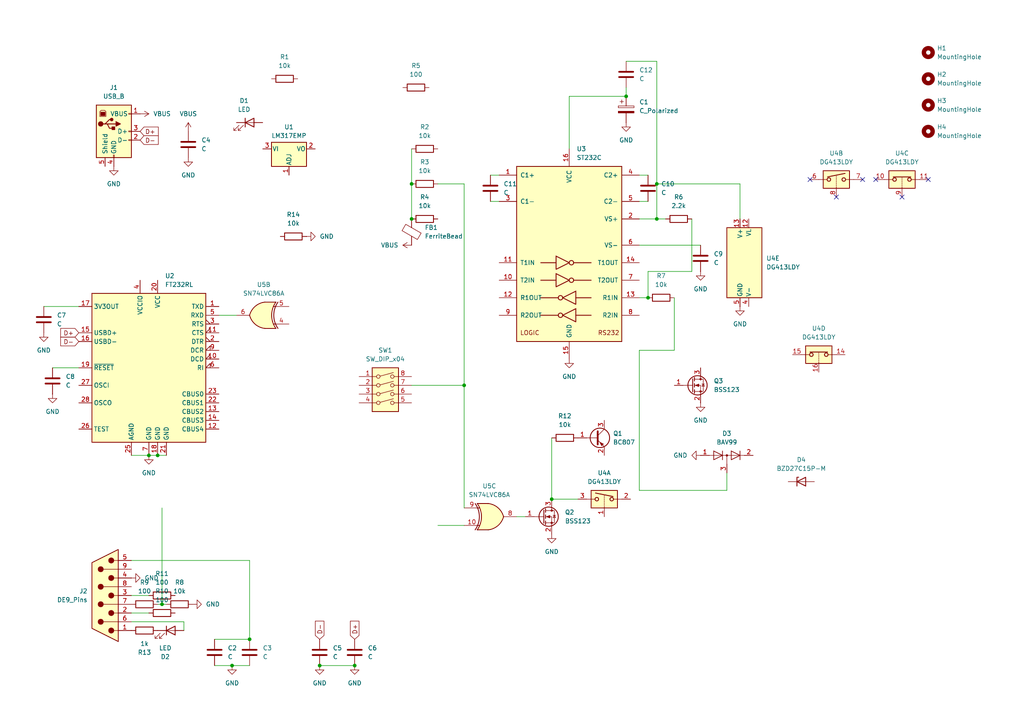
<source format=kicad_sch>
(kicad_sch (version 20250114) (generator "eeschema") (generator_version "9.0")
  (paper "A4")
  (lib_symbols
    (symbol "74xx:74LS86" (pin_names (offset 1.016))
      (property "Reference" "U" (at 0 1.27 0))
      (property "Value" "74LS86" (at 0 -1.27 0))
      (symbol "74LS86_1_0"
        (pin input line (at -7.62 2.54 0) (length 4.445) (name "~") (number "1"))
        (pin input line (at -7.62 -2.54 0) (length 4.445) (name "~") (number "2"))
        (pin output line (at 7.62 0 180) (length 3.81) (name "~") (number "3"))
      )
      (symbol "74LS86_2_0"
        (pin input line (at -7.62 2.54 0) (length 4.445) (name "~") (number "4"))
        (pin input line (at -7.62 -2.54 0) (length 4.445) (name "~") (number "5"))
        (pin output line (at 7.62 0 180) (length 3.81) (name "~") (number "6"))
      )
      (symbol "74LS86_3_0"
        (pin input line (at -7.62 2.54 0) (length 4.445) (name "~") (number "9"))
        (pin input line (at -7.62 -2.54 0) (length 4.445) (name "~") (number "10"))
        (pin output line (at 7.62 0 180) (length 3.81) (name "~") (number "8"))
      )
      (symbol "74LS86_4_0"
        (pin input line (at -7.62 2.54 0) (length 4.445) (name "~") (number "12"))
        (pin input line (at -7.62 -2.54 0) (length 4.445) (name "~") (number "13"))
        (pin output line (at 7.62 0 180) (length 3.81) (name "~") (number "11"))
      )
      (symbol "74LS86_5_0"
        (pin power_in line (at 0 12.7 270) (length 5.08) (name "VCC") (number "14"))
        (pin power_in line (at 0 -12.7 90) (length 5.08) (name "GND") (number "7"))
      )
    )
    (symbol "Analog_Switch:DG413xY" (pin_names (offset 0.254))
      (property "Reference" "U" (at -3.175 5.334 0))
      (property "Value" "DG413xY" (at -3.175 3.556 0))
      (symbol "DG413xY_1_1"
        (pin passive line (at -7.62 0 0) (length 2.54) (name "~") (number "2"))
        (pin input line (at 0 -5.08 90) (length 2.54) (name "~") (number "1"))
        (pin passive line (at 7.62 0 180) (length 2.54) (name "~") (number "3"))
      )
      (symbol "DG413xY_2_1"
        (pin passive line (at -7.62 0 0) (length 2.54) (name "~") (number "6"))
        (pin input line (at 0 -5.08 90) (length 2.54) (name "~") (number "8"))
        (pin passive line (at 7.62 0 180) (length 2.54) (name "~") (number "7"))
      )
      (symbol "DG413xY_3_1"
        (pin passive line (at -7.62 0 0) (length 2.54) (name "~") (number "10"))
        (pin input line (at 0 -5.08 90) (length 2.54) (name "~") (number "9"))
        (pin passive line (at 7.62 0 180) (length 2.54) (name "~") (number "11"))
      )
      (symbol "DG413xY_4_1"
        (pin passive line (at -7.62 0 0) (length 2.54) (name "~") (number "15"))
        (pin input line (at 0 -5.08 90) (length 2.54) (name "~") (number "16"))
        (pin passive line (at 7.62 0 180) (length 2.54) (name "~") (number "14"))
      )
      (symbol "DG413xY_5_0"
        (pin power_in line (at 0 12.7 270) (length 2.54) (name "V+") (number "13"))
        (pin power_in line (at 0 -12.7 90) (length 2.54) (name "GND") (number "5"))
        (pin power_in line (at 2.54 12.7 270) (length 2.54) (name "VL") (number "12"))
        (pin power_in line (at 2.54 -12.7 90) (length 2.54) (name "V-") (number "4"))
      )
    )
    (symbol "Connector:DE9_Pins" (pin_names (offset 1.016) (hide yes))
      (property "Reference" "J" (at 0 13.97 0))
      (property "Value" "DE9_Pins" (at 0 -14.605 0))
      (symbol "DE9_Pins_1_1"
        (pin passive line (at -7.62 10.16 0) (length 3.81) (name "5") (number "5"))
        (pin passive line (at -7.62 7.62 0) (length 3.81) (name "9") (number "9"))
        (pin passive line (at -7.62 5.08 0) (length 3.81) (name "4") (number "4"))
        (pin passive line (at -7.62 2.54 0) (length 3.81) (name "8") (number "8"))
        (pin passive line (at -7.62 0 0) (length 3.81) (name "3") (number "3"))
        (pin passive line (at -7.62 -2.54 0) (length 3.81) (name "7") (number "7"))
        (pin passive line (at -7.62 -5.08 0) (length 3.81) (name "2") (number "2"))
        (pin passive line (at -7.62 -7.62 0) (length 3.81) (name "6") (number "6"))
        (pin passive line (at -7.62 -10.16 0) (length 3.81) (name "1") (number "1"))
      )
    )
    (symbol "Connector:USB_B" (pin_names (offset 1.016))
      (property "Reference" "J" (at -5.08 11.43 0))
      (property "Value" "USB_B" (at -5.08 8.89 0))
      (symbol "USB_B_1_1"
        (pin passive line (at -2.54 -10.16 90) (length 2.54) (name "Shield") (number "5"))
        (pin power_out line (at 0 -10.16 90) (length 2.54) (name "GND") (number "4"))
        (pin power_out line (at 7.62 5.08 180) (length 2.54) (name "VBUS") (number "1"))
        (pin bidirectional line (at 7.62 0 180) (length 2.54) (name "D+") (number "3"))
        (pin bidirectional line (at 7.62 -2.54 180) (length 2.54) (name "D-") (number "2"))
      )
    )
    (symbol "Device:C" (pin_numbers (hide yes)) (pin_names (offset 0.254))
      (property "Reference" "C" (at 0.635 2.54 0))
      (property "Value" "C" (at 0.635 -2.54 0))
      (symbol "C_1_1"
        (pin passive line (at 0 3.81 270) (length 2.794) (name "~") (number "1"))
        (pin passive line (at 0 -3.81 90) (length 2.794) (name "~") (number "2"))
      )
    )
    (symbol "Device:C_Polarized" (pin_numbers (hide yes)) (pin_names (offset 0.254))
      (property "Reference" "C" (at 0.635 2.54 0))
      (property "Value" "C_Polarized" (at 0.635 -2.54 0))
      (symbol "C_Polarized_1_1"
        (pin passive line (at 0 3.81 270) (length 2.794) (name "~") (number "1"))
        (pin passive line (at 0 -3.81 90) (length 2.794) (name "~") (number "2"))
      )
    )
    (symbol "Device:FerriteBead" (pin_numbers (hide yes)) (pin_names (offset 0))
      (property "Reference" "FB" (at -3.81 0.635 90))
      (property "Value" "FerriteBead" (at 3.81 0 90))
      (symbol "FerriteBead_1_1"
        (pin passive line (at 0 3.81 270) (length 2.54) (name "~") (number "1"))
        (pin passive line (at 0 -3.81 90) (length 2.54) (name "~") (number "2"))
      )
    )
    (symbol "Device:LED" (pin_numbers (hide yes)) (pin_names (offset 1.016) (hide yes))
      (property "Reference" "D" (at 0 2.54 0))
      (property "Value" "LED" (at 0 -2.54 0))
      (symbol "LED_1_1"
        (pin passive line (at -3.81 0 0) (length 2.54) (name "K") (number "1"))
        (pin passive line (at 3.81 0 180) (length 2.54) (name "A") (number "2"))
      )
    )
    (symbol "Device:R" (pin_numbers (hide yes)) (pin_names (offset 0))
      (property "Reference" "R" (at 2.032 0 90))
      (property "Value" "R" (at 0 0 90))
      (symbol "R_1_1"
        (pin passive line (at 0 3.81 270) (length 1.27) (name "~") (number "1"))
        (pin passive line (at 0 -3.81 90) (length 1.27) (name "~") (number "2"))
      )
    )
    (symbol "Diode:BAV99" (pin_names (hide yes))
      (property "Reference" "D" (at 0 5.08 0))
      (property "Value" "BAV99" (at 0 2.54 0))
      (symbol "BAV99_1_1"
        (pin passive line (at -7.62 0 0) (length 2.54) (name "K") (number "1"))
        (pin passive line (at 0 -5.08 90) (length 2.54) (name "K") (number "3"))
        (pin passive line (at 7.62 0 180) (length 2.54) (name "A") (number "2"))
      )
    )
    (symbol "Diode:BZD27Cxx" (pin_numbers (hide yes)) (pin_names (hide yes))
      (property "Reference" "D" (at 0 2.54 0))
      (property "Value" "BZD27Cxx" (at 0 -2.54 0))
      (symbol "BZD27Cxx_1_1"
        (pin passive line (at -3.81 0 0) (length 2.54) (name "K") (number "1"))
        (pin passive line (at 3.81 0 180) (length 2.54) (name "A") (number "2"))
      )
    )
    (symbol "Interface_UART:ST232ExD" (pin_names (offset 1.016))
      (property "Reference" "U" (at -2.54 28.575 0))
      (property "Value" "ST232ExD" (at -2.54 26.67 0))
      (symbol "ST232ExD_0_0"
        (text "LOGIC" (at -11.43 -22.86 0) (effects (font (size 1.27 1.27))))
        (text "RS232" (at 11.43 -22.86 0) (effects (font (size 1.27 1.27))))
      )
      (symbol "ST232ExD_1_1"
        (pin passive line (at -20.32 22.86 0) (length 5.08) (name "C1+") (number "1"))
        (pin passive line (at -20.32 15.24 0) (length 5.08) (name "C1-") (number "3"))
        (pin input line (at -20.32 -2.54 0) (length 5.08) (name "T1IN") (number "11"))
        (pin input line (at -20.32 -7.62 0) (length 5.08) (name "T2IN") (number "10"))
        (pin output line (at -20.32 -12.7 0) (length 5.08) (name "R1OUT") (number "12"))
        (pin output line (at -20.32 -17.78 0) (length 5.08) (name "R2OUT") (number "9"))
        (pin power_in line (at 0 30.48 270) (length 5.08) (name "VCC") (number "16"))
        (pin power_in line (at 0 -30.48 90) (length 5.08) (name "GND") (number "15"))
        (pin passive line (at 20.32 22.86 180) (length 5.08) (name "C2+") (number "4"))
        (pin passive line (at 20.32 15.24 180) (length 5.08) (name "C2-") (number "5"))
        (pin power_out line (at 20.32 10.16 180) (length 5.08) (name "VS+") (number "2"))
        (pin power_out line (at 20.32 2.54 180) (length 5.08) (name "VS-") (number "6"))
        (pin output line (at 20.32 -2.54 180) (length 5.08) (name "T1OUT") (number "14"))
        (pin output line (at 20.32 -7.62 180) (length 5.08) (name "T2OUT") (number "7"))
        (pin input line (at 20.32 -12.7 180) (length 5.08) (name "R1IN") (number "13"))
        (pin input line (at 20.32 -17.78 180) (length 5.08) (name "R2IN") (number "8"))
      )
    )
    (symbol "Interface_USB:FT232RL"
      (property "Reference" "U" (at -16.51 22.86 0))
      (property "Value" "FT232RL" (at 10.16 22.86 0))
      (symbol "FT232RL_1_1"
        (pin power_out line (at -20.32 17.78 0) (length 3.81) (name "3V3OUT") (number "17"))
        (pin bidirectional line (at -20.32 10.16 0) (length 3.81) (name "USBD+") (number "15"))
        (pin bidirectional line (at -20.32 7.62 0) (length 3.81) (name "USBD-") (number "16"))
        (pin input line (at -20.32 0 0) (length 3.81) (name "~{RESET}") (number "19"))
        (pin input line (at -20.32 -5.08 0) (length 3.81) (name "OSCI") (number "27"))
        (pin output line (at -20.32 -10.16 0) (length 3.81) (name "OSCO") (number "28"))
        (pin input line (at -20.32 -17.78 0) (length 3.81) (name "TEST") (number "26"))
        (pin power_in line (at -5.08 -25.4 90) (length 3.81) (name "AGND") (number "25"))
        (pin power_in line (at -2.54 25.4 270) (length 3.81) (name "VCCIO") (number "4"))
        (pin power_in line (at 0 -25.4 90) (length 3.81) (name "GND") (number "7"))
        (pin power_in line (at 2.54 25.4 270) (length 3.81) (name "VCC") (number "20"))
        (pin power_in line (at 2.54 -25.4 90) (length 3.81) (name "GND") (number "18"))
        (pin power_in line (at 5.08 -25.4 90) (length 3.81) (name "GND") (number "21"))
        (pin output line (at 20.32 17.78 180) (length 3.81) (name "TXD") (number "1"))
        (pin input line (at 20.32 15.24 180) (length 3.81) (name "RXD") (number "5"))
        (pin output output_low (at 20.32 12.7 180) (length 3.81) (name "RTS") (number "3"))
        (pin input input_low (at 20.32 10.16 180) (length 3.81) (name "CTS") (number "11"))
        (pin output output_low (at 20.32 7.62 180) (length 3.81) (name "DTR") (number "2"))
        (pin input input_low (at 20.32 5.08 180) (length 3.81) (name "DCR") (number "9"))
        (pin input input_low (at 20.32 2.54 180) (length 3.81) (name "DCD") (number "10"))
        (pin input input_low (at 20.32 0 180) (length 3.81) (name "RI") (number "6"))
        (pin bidirectional line (at 20.32 -7.62 180) (length 3.81) (name "CBUS0") (number "23"))
        (pin bidirectional line (at 20.32 -10.16 180) (length 3.81) (name "CBUS1") (number "22"))
        (pin bidirectional line (at 20.32 -12.7 180) (length 3.81) (name "CBUS2") (number "13"))
        (pin bidirectional line (at 20.32 -15.24 180) (length 3.81) (name "CBUS3") (number "14"))
        (pin bidirectional line (at 20.32 -17.78 180) (length 3.81) (name "CBUS4") (number "12"))
      )
    )
    (symbol "Mechanical:MountingHole" (pin_names (offset 1.016)) (in_bom no)
      (property "Reference" "H" (at 0 5.08 0))
      (property "Value" "MountingHole" (at 0 3.175 0))
    )
    (symbol "Regulator_Linear:LM317_SOT-223" (pin_names (offset 0.254))
      (property "Reference" "U" (at -3.81 3.175 0))
      (property "Value" "LM317_SOT-223" (at 0 3.175 0))
      (symbol "LM317_SOT-223_1_1"
        (pin power_in line (at -7.62 0 0) (length 2.54) (name "VI") (number "3"))
        (pin input line (at 0 -7.62 90) (length 2.54) (name "ADJ") (number "1"))
        (pin power_out line (at 7.62 0 180) (length 2.54) (name "VO") (number "2"))
      )
    )
    (symbol "Switch:SW_DIP_x04" (pin_names (offset 0) (hide yes))
      (property "Reference" "SW" (at 0 8.89 0))
      (property "Value" "SW_DIP_x04" (at 0 -6.35 0))
      (symbol "SW_DIP_x04_1_1"
        (pin passive line (at -7.62 5.08 0) (length 5.08) (name "~") (number "1"))
        (pin passive line (at -7.62 2.54 0) (length 5.08) (name "~") (number "2"))
        (pin passive line (at -7.62 0 0) (length 5.08) (name "~") (number "3"))
        (pin passive line (at -7.62 -2.54 0) (length 5.08) (name "~") (number "4"))
        (pin passive line (at 7.62 5.08 180) (length 5.08) (name "~") (number "8"))
        (pin passive line (at 7.62 2.54 180) (length 5.08) (name "~") (number "7"))
        (pin passive line (at 7.62 0 180) (length 5.08) (name "~") (number "6"))
        (pin passive line (at 7.62 -2.54 180) (length 5.08) (name "~") (number "5"))
      )
    )
    (symbol "Transistor_BJT:BC807" (pin_names (offset 0) (hide yes))
      (property "Reference" "Q" (at 5.08 1.905 0))
      (property "Value" "BC807" (at 5.08 0 0))
      (symbol "BC807_1_1"
        (pin input line (at -5.08 0 0) (length 2.54) (name "B") (number "1"))
        (pin passive line (at 2.54 5.08 270) (length 2.54) (name "C") (number "3"))
        (pin passive line (at 2.54 -5.08 90) (length 2.54) (name "E") (number "2"))
      )
    )
    (symbol "Transistor_FET:BSS123" (pin_names (offset 0) (hide yes))
      (property "Reference" "Q" (at 5.08 1.905 0))
      (property "Value" "BSS123" (at 5.08 0 0))
      (symbol "BSS123_1_1"
        (pin input line (at -5.08 0 0) (length 2.54) (name "G") (number "1"))
        (pin passive line (at 2.54 5.08 270) (length 2.54) (name "D") (number "3"))
        (pin passive line (at 2.54 -5.08 90) (length 2.54) (name "S") (number "2"))
      )
    )
    (symbol "power:GND" (power) (pin_numbers (hide yes)) (pin_names (offset 0) (hide yes))
      (property "Value" "GND" (at 0 -3.81 0))
      (symbol "GND_1_1"
        (pin power_in line (at 0 0 270) (length 0) (name "~") (number "1"))
      )
    )
    (symbol "power:VBUS" (power) (pin_numbers (hide yes)) (pin_names (offset 0) (hide yes))
      (property "Value" "VBUS" (at 0 3.556 0))
      (symbol "VBUS_1_1"
        (pin power_in line (at 0 0 90) (length 0) (name "~") (number "1"))
      )
    )
  )
  (junction (at 43.18 132.08))
  (junction (at 67.31 193.04))
  (junction (at 160.02 144.78))
  (junction (at 45.72 132.08))
  (junction (at 181.61 27.94))
  (junction (at 46.99 175.26))
  (junction (at 119.38 63.5))
  (junction (at 134.62 111.76))
  (junction (at 190.5 63.5))
  (junction (at 190.5 53.34))
  (junction (at 72.39 185.42))
  (junction (at 102.87 193.04))
  (junction (at 92.71 193.04))
  (junction (at 119.38 53.34))
  (junction (at 187.96 86.36))
  (no_connect (at 234.95 52.07))
  (no_connect (at 242.57 57.15))
  (no_connect (at 254 52.07))
  (no_connect (at 250.19 52.07))
  (no_connect (at 269.24 52.07))
  (no_connect (at 261.62 57.15))
  (wire (pts (xy 134.62 152.4) (xy 127 152.4)))
  (wire (pts (xy 185.42 63.5) (xy 190.5 63.5)))
  (wire (pts (xy 134.62 111.76) (xy 134.62 147.32)))
  (wire (pts (xy 45.72 175.26) (xy 46.99 175.26)))
  (wire (pts (xy 119.38 111.76) (xy 134.62 111.76)))
  (wire (pts (xy 185.42 142.24) (xy 210.82 142.24)))
  (wire (pts (xy 15.24 106.68) (xy 22.86 106.68)))
  (wire (pts (xy 38.1 172.72) (xy 43.18 172.72)))
  (wire (pts (xy 72.39 162.56) (xy 72.39 185.42)))
  (wire (pts (xy 38.1 132.08) (xy 43.18 132.08)))
  (wire (pts (xy 190.5 53.34) (xy 190.5 63.5)))
  (wire (pts (xy 165.1 27.94) (xy 181.61 27.94)))
  (wire (pts (xy 181.61 25.4) (xy 181.61 27.94)))
  (wire (pts (xy 149.86 149.86) (xy 152.4 149.86)))
  (wire (pts (xy 119.38 43.18) (xy 119.38 53.34)))
  (wire (pts (xy 53.34 182.88) (xy 53.34 180.34)))
  (wire (pts (xy 63.5 91.44) (xy 68.58 91.44)))
  (wire (pts (xy 38.1 177.8) (xy 43.18 177.8)))
  (wire (pts (xy 38.1 162.56) (xy 72.39 162.56)))
  (wire (pts (xy 160.02 127) (xy 160.02 144.78)))
  (wire (pts (xy 67.31 193.04) (xy 72.39 193.04)))
  (wire (pts (xy 12.7 88.9) (xy 22.86 88.9)))
  (wire (pts (xy 38.1 180.34) (xy 53.34 180.34)))
  (wire (pts (xy 185.42 86.36) (xy 187.96 86.36)))
  (wire (pts (xy 46.99 175.26) (xy 48.26 175.26)))
  (wire (pts (xy 200.66 78.74) (xy 187.96 78.74)))
  (wire (pts (xy 46.99 147.32) (xy 46.99 175.26)))
  (wire (pts (xy 119.38 53.34) (xy 119.38 63.5)))
  (wire (pts (xy 142.24 58.42) (xy 144.78 58.42)))
  (wire (pts (xy 165.1 43.18) (xy 165.1 27.94)))
  (wire (pts (xy 127 53.34) (xy 134.62 53.34)))
  (wire (pts (xy 214.63 63.5) (xy 214.63 53.34)))
  (wire (pts (xy 195.58 86.36) (xy 195.58 101.6)))
  (wire (pts (xy 160.02 144.78) (xy 167.64 144.78)))
  (wire (pts (xy 210.82 142.24) (xy 210.82 137.16)))
  (wire (pts (xy 142.24 50.8) (xy 144.78 50.8)))
  (wire (pts (xy 185.42 101.6) (xy 185.42 142.24)))
  (wire (pts (xy 134.62 53.34) (xy 134.62 111.76)))
  (wire (pts (xy 214.63 53.34) (xy 190.5 53.34)))
  (wire (pts (xy 195.58 101.6) (xy 185.42 101.6)))
  (wire (pts (xy 190.5 63.5) (xy 193.04 63.5)))
  (wire (pts (xy 62.23 193.04) (xy 67.31 193.04)))
  (wire (pts (xy 43.18 132.08) (xy 45.72 132.08)))
  (wire (pts (xy 62.23 185.42) (xy 72.39 185.42)))
  (wire (pts (xy 185.42 58.42) (xy 187.96 58.42)))
  (wire (pts (xy 200.66 63.5) (xy 200.66 78.74)))
  (wire (pts (xy 45.72 132.08) (xy 48.26 132.08)))
  (wire (pts (xy 190.5 17.78) (xy 190.5 53.34)))
  (wire (pts (xy 181.61 17.78) (xy 190.5 17.78)))
  (wire (pts (xy 185.42 50.8) (xy 187.96 50.8)))
  (wire (pts (xy 187.96 78.74) (xy 187.96 86.36)))
  (wire (pts (xy 92.71 193.04) (xy 102.87 193.04)))
  (wire (pts (xy 185.42 71.12) (xy 203.2 71.12)))
  (global_label "D-" (shape input) (at 92.71 185.42 90) (property "Intersheetrefs" "${INTERSHEET_REFS}" (effects (hide yes))))
  (global_label "D+" (shape input) (at 40.64 38.1 0) (property "Intersheetrefs" "${INTERSHEET_REFS}" (effects (hide yes))))
  (global_label "D+" (shape input) (at 22.86 96.52 180) (property "Intersheetrefs" "${INTERSHEET_REFS}" (effects (hide yes))))
  (global_label "D-" (shape input) (at 22.86 99.06 180) (property "Intersheetrefs" "${INTERSHEET_REFS}" (effects (hide yes))))
  (global_label "D-" (shape input) (at 40.64 40.64 0) (property "Intersheetrefs" "${INTERSHEET_REFS}" (effects (hide yes))))
  (global_label "D+" (shape input) (at 102.87 185.42 90) (property "Intersheetrefs" "${INTERSHEET_REFS}" (effects (hide yes))))
  (symbol (lib_id "74xx:74LS86") (at 76.2 91.44 180) (unit 2)
    (property "Reference" "U5" (at 76.5048 82.55 0))
    (property "Value" "SN74LVC86A" (at 76.5048 85.09 0))
    (property "Footprint" "Package_SO:TSSOP-14_4.4x5mm_P0.65mm" (effects (hide yes)))
    (property "Datasheet" "74xx/74ls86.pdf" (effects (hide yes)))
    (property "Description" "Quad 2-input XOR" (effects (hide yes)))
  )
  (symbol (lib_id "Device:R") (at 123.19 63.5 90) (unit 1)
    (property "Reference" "R4" (at 123.19 57.15 90))
    (property "Value" "10k" (at 123.19 59.69 90))
    (property "Footprint" "Resistor_SMD:R_0603_1608Metric" (effects (hide yes)))
    (property "Description" "Resistor" (effects (hide yes)))
  )
  (symbol (lib_id "power:GND") (at 160.02 154.94 0) (unit 1)
    (property "Reference" "#PWR014" (effects (hide yes)))
    (property "Value" "GND" (at 160.02 160.02 0))
    (property "Description" "Power symbol creates a global label with name \"GND\" , ground" (effects (hide yes)))
  )
  (symbol (lib_id "Device:R") (at 163.83 127 270) (unit 1)
    (property "Reference" "R12" (at 163.83 120.65 90))
    (property "Value" "10k" (at 163.83 123.19 90))
    (property "Footprint" "Resistor_SMD:R_0603_1608Metric" (effects (hide yes)))
    (property "Description" "Resistor" (effects (hide yes)))
  )
  (symbol (lib_id "Device:C") (at 203.2 74.93 0) (unit 1)
    (property "Reference" "C9" (at 207.01 73.6599 0) (effects (justify left)))
    (property "Value" "C" (at 207.01 76.1999 0) (effects (justify left)))
    (property "Footprint" "Capacitor_SMD:C_0603_1608Metric" (effects (hide yes)))
    (property "Description" "Unpolarized capacitor" (effects (hide yes)))
  )
  (symbol (lib_id "Mechanical:MountingHole") (at 269.24 22.86 0) (unit 1) (in_bom no)
    (property "Reference" "H2" (at 271.78 21.5899 0) (effects (justify left)))
    (property "Value" "MountingHole" (at 271.78 24.1299 0) (effects (justify left)))
    (property "Footprint" "MountingHole:MountingHole_3.2mm_M3" (effects (hide yes)))
    (property "Description" "Mounting Hole without connection" (effects (hide yes)))
  )
  (symbol (lib_id "Analog_Switch:DG413xY") (at 175.26 144.78 0) (mirror y) (unit 1)
    (property "Reference" "U4" (at 175.26 137.16 0))
    (property "Value" "DG413LDY" (at 175.26 139.7 0))
    (property "Footprint" "Package_SO:SOIC-16_3.9x9.9mm_P1.27mm" (effects (hide yes)))
    (property "Datasheet" "https://datasheets.maximintegrated.com/en/ds/DG411-DG413.pdf" (effects (hide yes)))
    (property "Description" "Quad SPST Monolithic CMOS Analog Switches, normally 2xON + 2xOFF, 17Ohm Ron, SOIC-16" (effects (hide yes)))
  )
  (symbol (lib_id "power:VBUS") (at 40.64 33.02 270) (unit 1)
    (property "Reference" "#PWR017" (effects (hide yes)))
    (property "Value" "VBUS" (at 44.45 33.0199 90) (effects (justify left)))
    (property "Description" "Power symbol creates a global label with name \"VBUS\"" (effects (hide yes)))
  )
  (symbol (lib_id "Device:C") (at 72.39 189.23 0) (unit 1)
    (property "Reference" "C3" (at 76.2 187.9599 0) (effects (justify left)))
    (property "Value" "C" (at 76.2 190.4999 0) (effects (justify left)))
    (property "Footprint" "Capacitor_SMD:C_0603_1608Metric" (effects (hide yes)))
    (property "Description" "Unpolarized capacitor" (effects (hide yes)))
  )
  (symbol (lib_id "74xx:74LS86") (at 304.8 43.18 0) (unit 1)
    (property "Reference" "U5" (at 304.4952 34.29 0))
    (property "Value" "SN74LVC86A" (at 304.4952 36.83 0))
    (property "Footprint" "Package_SO:TSSOP-14_4.4x5mm_P0.65mm" (effects (hide yes)))
    (property "Datasheet" "74xx/74ls86.pdf" (effects (hide yes)))
    (property "Description" "Quad 2-input XOR" (effects (hide yes)))
  )
  (symbol (lib_id "power:GND") (at 102.87 193.04 0) (unit 1)
    (property "Reference" "#PWR015" (effects (hide yes)))
    (property "Value" "GND" (at 102.87 198.12 0))
    (property "Description" "Power symbol creates a global label with name \"GND\" , ground" (effects (hide yes)))
  )
  (symbol (lib_id "Analog_Switch:DG413xY") (at 214.63 76.2 0) (unit 5)
    (property "Reference" "U4" (at 222.25 74.9299 0) (effects (justify left)))
    (property "Value" "DG413LDY" (at 222.25 77.4699 0) (effects (justify left)))
    (property "Footprint" "Package_SO:SOIC-16_3.9x9.9mm_P1.27mm" (effects (hide yes)))
    (property "Datasheet" "https://datasheets.maximintegrated.com/en/ds/DG411-DG413.pdf" (effects (hide yes)))
    (property "Description" "Quad SPST Monolithic CMOS Analog Switches, normally 2xON + 2xOFF, 17Ohm Ron, SOIC-16" (effects (hide yes)))
  )
  (symbol (lib_id "Device:R") (at 191.77 86.36 90) (unit 1)
    (property "Reference" "R7" (at 191.77 80.01 90))
    (property "Value" "10k" (at 191.77 82.55 90))
    (property "Footprint" "Resistor_SMD:R_0603_1608Metric" (effects (hide yes)))
    (property "Description" "Resistor" (effects (hide yes)))
  )
  (symbol (lib_id "Connector:USB_B") (at 33.02 38.1 0) (unit 1)
    (property "Reference" "J1" (at 33.02 25.4 0))
    (property "Value" "USB_B" (at 33.02 27.94 0))
    (property "Footprint" "Connector_USB:USB_B_Lumberg_2411_02_Horizontal" (effects (hide yes)))
    (property "Description" "USB Type B connector" (effects (hide yes)))
  )
  (symbol (lib_id "Device:C") (at 92.71 189.23 0) (unit 1)
    (property "Reference" "C5" (at 96.52 187.9599 0) (effects (justify left)))
    (property "Value" "C" (at 96.52 190.4999 0) (effects (justify left)))
    (property "Footprint" "Capacitor_SMD:C_0603_1608Metric" (effects (hide yes)))
    (property "Description" "Unpolarized capacitor" (effects (hide yes)))
  )
  (symbol (lib_id "power:GND") (at 67.31 193.04 0) (unit 1)
    (property "Reference" "#PWR012" (effects (hide yes)))
    (property "Value" "GND" (at 67.31 198.12 0))
    (property "Description" "Power symbol creates a global label with name \"GND\" , ground" (effects (hide yes)))
  )
  (symbol (lib_id "Mechanical:MountingHole") (at 269.24 30.48 0) (unit 1) (in_bom no)
    (property "Reference" "H3" (at 271.78 29.2099 0) (effects (justify left)))
    (property "Value" "MountingHole" (at 271.78 31.7499 0) (effects (justify left)))
    (property "Footprint" "MountingHole:MountingHole_3.2mm_M3" (effects (hide yes)))
    (property "Description" "Mounting Hole without connection" (effects (hide yes)))
  )
  (symbol (lib_id "74xx:74LS86") (at 316.23 137.16 0) (unit 5)
    (property "Reference" "U5" (at 322.58 135.8899 0) (effects (justify left)))
    (property "Value" "SN74LVC86A" (at 322.58 138.4299 0) (effects (justify left)))
    (property "Footprint" "Package_SO:TSSOP-14_4.4x5mm_P0.65mm" (effects (hide yes)))
    (property "Datasheet" "74xx/74ls86.pdf" (effects (hide yes)))
    (property "Description" "Quad 2-input XOR" (effects (hide yes)))
  )
  (symbol (lib_id "power:GND") (at 214.63 88.9 0) (unit 1)
    (property "Reference" "#PWR06" (effects (hide yes)))
    (property "Value" "GND" (at 214.63 93.98 0))
    (property "Description" "Power symbol creates a global label with name \"GND\" , ground" (effects (hide yes)))
  )
  (symbol (lib_id "Diode:BZD27Cxx") (at 232.41 139.7 0) (unit 1)
    (property "Reference" "D4" (at 232.41 133.35 0))
    (property "Value" "BZD27C15P-M" (at 232.41 135.89 0))
    (property "Footprint" "Diode_SMD:D_SMF" (effects (hide yes)))
    (property "Datasheet" "https://www.vishay.com/docs/85153/bzd27series.pdf" (effects (hide yes)))
    (property "Description" "800mW Zener Diode, 3.6-200V, SMF" (effects (hide yes)))
  )
  (symbol (lib_id "Device:R") (at 120.65 25.4 90) (unit 1)
    (property "Reference" "R5" (at 120.65 19.05 90))
    (property "Value" "100" (at 120.65 21.59 90))
    (property "Footprint" "Resistor_SMD:R_0603_1608Metric" (effects (hide yes)))
    (property "Description" "Resistor" (effects (hide yes)))
  )
  (symbol (lib_id "Regulator_Linear:LM317_SOT-223") (at 83.82 43.18 0) (unit 1)
    (property "Reference" "U1" (at 83.82 36.83 0))
    (property "Value" "LM317EMP" (at 83.82 39.37 0))
    (property "Footprint" "Package_TO_SOT_SMD:SOT-223-3_TabPin2" (effects (hide yes)))
    (property "Datasheet" "http://www.ti.com/lit/ds/symlink/lm317.pdf" (effects (hide yes)))
    (property "Description" "1.5A 35V Adjustable Linear Regulator, SOT-223" (effects (hide yes)))
  )
  (symbol (lib_id "Device:R") (at 123.19 53.34 90) (unit 1)
    (property "Reference" "R3" (at 123.19 46.99 90))
    (property "Value" "10k" (at 123.19 49.53 90))
    (property "Footprint" "Resistor_SMD:R_0603_1608Metric" (effects (hide yes)))
    (property "Description" "Resistor" (effects (hide yes)))
  )
  (symbol (lib_id "power:GND") (at 203.2 132.08 270) (unit 1)
    (property "Reference" "#PWR08" (effects (hide yes)))
    (property "Value" "GND" (at 199.39 132.0799 90) (effects (justify right)))
    (property "Description" "Power symbol creates a global label with name \"GND\" , ground" (effects (hide yes)))
  )
  (symbol (lib_id "power:GND") (at 15.24 114.3 0) (unit 1)
    (property "Reference" "#PWR01" (effects (hide yes)))
    (property "Value" "GND" (at 15.24 119.38 0))
    (property "Description" "Power symbol creates a global label with name \"GND\" , ground" (effects (hide yes)))
  )
  (symbol (lib_id "power:GND") (at 38.1 167.64 90) (unit 1)
    (property "Reference" "#PWR019" (effects (hide yes)))
    (property "Value" "GND" (at 41.91 167.6399 90) (effects (justify right)))
    (property "Description" "Power symbol creates a global label with name \"GND\" , ground" (effects (hide yes)))
  )
  (symbol (lib_id "Device:C") (at 15.24 110.49 0) (unit 1)
    (property "Reference" "C8" (at 19.05 109.2199 0) (effects (justify left)))
    (property "Value" "C" (at 19.05 111.7599 0) (effects (justify left)))
    (property "Footprint" "Capacitor_SMD:C_0603_1608Metric" (effects (hide yes)))
    (property "Description" "Unpolarized capacitor" (effects (hide yes)))
  )
  (symbol (lib_id "Device:C") (at 142.24 54.61 180) (unit 1)
    (property "Reference" "C11" (at 146.05 53.3399 0) (effects (justify right)))
    (property "Value" "C" (at 146.05 55.8799 0) (effects (justify right)))
    (property "Footprint" "Capacitor_SMD:C_0603_1608Metric" (effects (hide yes)))
    (property "Description" "Unpolarized capacitor" (effects (hide yes)))
  )
  (symbol (lib_id "Device:R") (at 46.99 177.8 90) (unit 1)
    (property "Reference" "R10" (at 46.99 171.45 90))
    (property "Value" "100" (at 46.99 173.99 90))
    (property "Footprint" "Resistor_SMD:R_0603_1608Metric" (effects (hide yes)))
    (property "Description" "Resistor" (effects (hide yes)))
  )
  (symbol (lib_id "power:GND") (at 33.02 48.26 0) (unit 1)
    (property "Reference" "#PWR05" (effects (hide yes)))
    (property "Value" "GND" (at 33.02 53.34 0))
    (property "Description" "Power symbol creates a global label with name \"GND\" , ground" (effects (hide yes)))
  )
  (symbol (lib_id "74xx:74LS86") (at 142.24 149.86 0) (unit 3)
    (property "Reference" "U5" (at 141.9352 140.97 0))
    (property "Value" "SN74LVC86A" (at 141.9352 143.51 0))
    (property "Footprint" "Package_SO:TSSOP-14_4.4x5mm_P0.65mm" (effects (hide yes)))
    (property "Datasheet" "74xx/74ls86.pdf" (effects (hide yes)))
    (property "Description" "Quad 2-input XOR" (effects (hide yes)))
  )
  (symbol (lib_id "Device:R") (at 46.99 172.72 90) (unit 1)
    (property "Reference" "R11" (at 46.99 166.37 90))
    (property "Value" "100" (at 46.99 168.91 90))
    (property "Footprint" "Resistor_SMD:R_0603_1608Metric" (effects (hide yes)))
    (property "Description" "Resistor" (effects (hide yes)))
  )
  (symbol (lib_id "power:GND") (at 165.1 104.14 0) (unit 1)
    (property "Reference" "#PWR03" (effects (hide yes)))
    (property "Value" "GND" (at 165.1 109.22 0))
    (property "Description" "Power symbol creates a global label with name \"GND\" , ground" (effects (hide yes)))
  )
  (symbol (lib_id "Device:C") (at 181.61 21.59 0) (unit 1)
    (property "Reference" "C12" (at 185.42 20.3199 0) (effects (justify left)))
    (property "Value" "C" (at 185.42 22.8599 0) (effects (justify left)))
    (property "Footprint" "Capacitor_SMD:C_0603_1608Metric" (effects (hide yes)))
    (property "Description" "Unpolarized capacitor" (effects (hide yes)))
  )
  (symbol (lib_id "Analog_Switch:DG413xY") (at 242.57 52.07 0) (unit 2)
    (property "Reference" "U4" (at 242.57 44.45 0))
    (property "Value" "DG413LDY" (at 242.57 46.99 0))
    (property "Footprint" "Package_SO:SOIC-16_3.9x9.9mm_P1.27mm" (effects (hide yes)))
    (property "Datasheet" "https://datasheets.maximintegrated.com/en/ds/DG411-DG413.pdf" (effects (hide yes)))
    (property "Description" "Quad SPST Monolithic CMOS Analog Switches, normally 2xON + 2xOFF, 17Ohm Ron, SOIC-16" (effects (hide yes)))
  )
  (symbol (lib_id "power:GND") (at 55.88 175.26 90) (unit 1)
    (property "Reference" "#PWR09" (effects (hide yes)))
    (property "Value" "GND" (at 59.69 175.2599 90) (effects (justify right)))
    (property "Description" "Power symbol creates a global label with name \"GND\" , ground" (effects (hide yes)))
  )
  (symbol (lib_id "Transistor_FET:BSS123") (at 200.66 111.76 0) (unit 1)
    (property "Reference" "Q3" (at 207.01 110.4899 0) (effects (justify left)))
    (property "Value" "BSS123" (at 207.01 113.0299 0) (effects (justify left)))
    (property "Footprint" "Package_TO_SOT_SMD:SOT-23" (effects (hide yes)))
    (property "Datasheet" "http://www.diodes.com/assets/Datasheets/ds30366.pdf" (effects (hide yes)))
    (property "Description" "0.17A Id, 100V Vds, N-Channel MOSFET, SOT-23" (effects (hide yes)))
  )
  (symbol (lib_id "Device:C") (at 54.61 41.91 0) (unit 1)
    (property "Reference" "C4" (at 58.42 40.6399 0) (effects (justify left)))
    (property "Value" "C" (at 58.42 43.1799 0) (effects (justify left)))
    (property "Footprint" "Capacitor_SMD:C_0603_1608Metric" (effects (hide yes)))
    (property "Description" "Unpolarized capacitor" (effects (hide yes)))
  )
  (symbol (lib_id "power:GND") (at 203.2 78.74 0) (unit 1)
    (property "Reference" "#PWR013" (effects (hide yes)))
    (property "Value" "GND" (at 203.2 83.82 0))
    (property "Description" "Power symbol creates a global label with name \"GND\" , ground" (effects (hide yes)))
  )
  (symbol (lib_id "power:VBUS") (at 119.38 71.12 90) (unit 1)
    (property "Reference" "#PWR016" (effects (hide yes)))
    (property "Value" "VBUS" (at 115.57 71.1199 90) (effects (justify left)))
    (property "Description" "Power symbol creates a global label with name \"VBUS\"" (effects (hide yes)))
  )
  (symbol (lib_id "Device:R") (at 123.19 43.18 90) (unit 1)
    (property "Reference" "R2" (at 123.19 36.83 90))
    (property "Value" "10k" (at 123.19 39.37 90))
    (property "Footprint" "Resistor_SMD:R_0603_1608Metric" (effects (hide yes)))
    (property "Description" "Resistor" (effects (hide yes)))
  )
  (symbol (lib_id "power:GND") (at 54.61 45.72 0) (unit 1)
    (property "Reference" "#PWR010" (effects (hide yes)))
    (property "Value" "GND" (at 54.61 50.8 0))
    (property "Description" "Power symbol creates a global label with name \"GND\" , ground" (effects (hide yes)))
  )
  (symbol (lib_id "Device:LED") (at 72.39 35.56 0) (unit 1)
    (property "Reference" "D1" (at 70.8025 29.21 0))
    (property "Value" "LED" (at 70.8025 31.75 0))
    (property "Footprint" "LED_THT:LED_D3.0mm" (effects (hide yes)))
    (property "Description" "Light emitting diode" (effects (hide yes)))
    (property "Sim.Pins" "1=K 2=A" (effects (hide yes)))
  )
  (symbol (lib_id "Device:R") (at 52.07 175.26 90) (unit 1)
    (property "Reference" "R8" (at 52.07 168.91 90))
    (property "Value" "10k" (at 52.07 171.45 90))
    (property "Footprint" "Resistor_SMD:R_0603_1608Metric" (effects (hide yes)))
    (property "Description" "Resistor" (effects (hide yes)))
  )
  (symbol (lib_id "Device:C") (at 62.23 189.23 0) (unit 1)
    (property "Reference" "C2" (at 66.04 187.9599 0) (effects (justify left)))
    (property "Value" "C" (at 66.04 190.4999 0) (effects (justify left)))
    (property "Footprint" "Capacitor_SMD:C_0603_1608Metric" (effects (hide yes)))
    (property "Description" "Unpolarized capacitor" (effects (hide yes)))
  )
  (symbol (lib_id "Device:R") (at 82.55 22.86 90) (unit 1)
    (property "Reference" "R1" (at 82.55 16.51 90))
    (property "Value" "10k" (at 82.55 19.05 90))
    (property "Footprint" "Resistor_SMD:R_0603_1608Metric" (effects (hide yes)))
    (property "Description" "Resistor" (effects (hide yes)))
  )
  (symbol (lib_id "Transistor_BJT:BC807") (at 172.72 127 0) (unit 1)
    (property "Reference" "Q1" (at 177.8 125.7299 0) (effects (justify left)))
    (property "Value" "BC807" (at 177.8 128.2699 0) (effects (justify left)))
    (property "Footprint" "Package_TO_SOT_SMD:SOT-23" (effects (hide yes)))
    (property "Datasheet" "https://www.onsemi.com/pub/Collateral/BC808-D.pdf" (effects (hide yes)))
    (property "Description" "0.8A Ic, 45V Vce, PNP Transistor, SOT-23" (effects (hide yes)))
    (property "Sim.Device" "PNP" (effects (hide yes)))
    (property "Sim.Pins" "1=B 2=E 3=C" (effects (hide yes)))
  )
  (symbol (lib_id "Switch:SW_DIP_x04") (at 111.76 114.3 0) (unit 1)
    (property "Reference" "SW1" (at 111.76 101.6 0))
    (property "Value" "SW_DIP_x04" (at 111.76 104.14 0))
    (property "Footprint" "Button_Switch_SMD:SW_DIP_SPSTx04_Slide_6.7x11.72mm_W8.61mm_P2.54mm_LowProfile" (effects (hide yes)))
    (property "Description" "4x DIP Switch, Single Pole Single Throw (SPST) switch, small symbol" (effects (hide yes)))
  )
  (symbol (lib_id "74xx:74LS86") (at 309.88 106.68 0) (unit 4)
    (property "Reference" "U5" (at 309.5752 97.79 0))
    (property "Value" "SN74LVC86A" (at 309.5752 100.33 0))
    (property "Footprint" "Package_SO:TSSOP-14_4.4x5mm_P0.65mm" (effects (hide yes)))
    (property "Datasheet" "74xx/74ls86.pdf" (effects (hide yes)))
    (property "Description" "Quad 2-input XOR" (effects (hide yes)))
  )
  (symbol (lib_id "Device:C_Polarized") (at 181.61 31.75 0) (unit 1)
    (property "Reference" "C1" (at 185.42 29.5909 0) (effects (justify left)))
    (property "Value" "C_Polarized" (at 185.42 32.1309 0) (effects (justify left)))
    (property "Footprint" "Capacitor_SMD:CP_Elec_4x3" (effects (hide yes)))
    (property "Description" "Polarized capacitor" (effects (hide yes)))
  )
  (symbol (lib_id "Device:R") (at 41.91 182.88 270) (unit 1)
    (property "Reference" "R13" (at 41.91 189.23 90))
    (property "Value" "1k" (at 41.91 186.69 90))
    (property "Footprint" "Resistor_SMD:R_0603_1608Metric" (effects (hide yes)))
    (property "Description" "Resistor" (effects (hide yes)))
  )
  (symbol (lib_id "Mechanical:MountingHole") (at 269.24 38.1 0) (unit 1) (in_bom no)
    (property "Reference" "H4" (at 271.78 36.8299 0) (effects (justify left)))
    (property "Value" "MountingHole" (at 271.78 39.3699 0) (effects (justify left)))
    (property "Footprint" "MountingHole:MountingHole_3.2mm_M3" (effects (hide yes)))
    (property "Description" "Mounting Hole without connection" (effects (hide yes)))
  )
  (symbol (lib_id "power:GND") (at 181.61 35.56 0) (unit 1)
    (property "Reference" "#PWR02" (effects (hide yes)))
    (property "Value" "GND" (at 181.61 40.64 0))
    (property "Description" "Power symbol creates a global label with name \"GND\" , ground" (effects (hide yes)))
  )
  (symbol (lib_id "Device:R") (at 41.91 175.26 90) (unit 1)
    (property "Reference" "R9" (at 41.91 168.91 90))
    (property "Value" "100" (at 41.91 171.45 90))
    (property "Footprint" "Resistor_SMD:R_0603_1608Metric" (effects (hide yes)))
    (property "Description" "Resistor" (effects (hide yes)))
  )
  (symbol (lib_id "Device:LED") (at 49.53 182.88 0) (unit 1)
    (property "Reference" "D2" (at 47.9425 190.5 0))
    (property "Value" "LED" (at 47.9425 187.96 0))
    (property "Footprint" "LED_THT:LED_D3.0mm" (effects (hide yes)))
    (property "Description" "Light emitting diode" (effects (hide yes)))
    (property "Sim.Pins" "1=K 2=A" (effects (hide yes)))
  )
  (symbol (lib_id "Interface_UART:ST232ExD") (at 165.1 73.66 0) (unit 1)
    (property "Reference" "U3" (at 167.2433 43.18 0) (effects (justify left)))
    (property "Value" "ST232C" (at 167.2433 45.72 0) (effects (justify left)))
    (property "Footprint" "Package_SO:SOIC-16_3.9x9.9mm_P1.27mm" (effects (hide yes)))
    (property "Datasheet" "https://www.st.com/resource/en/datasheet/st202eb.pdf" (effects (hide yes)))
    (property "Description" "+/-15 kV ESD-protected 5V powered RS-232 dual transceiver (tx/rx: 2/2), 230kbps, 1uF capacitors operation, SOIC-16" (effects (hide yes)))
  )
  (symbol (lib_id "Device:FerriteBead") (at 119.38 67.31 0) (unit 1)
    (property "Reference" "FB1" (at 123.19 65.9891 0) (effects (justify left)))
    (property "Value" "FerriteBead" (at 123.19 68.5291 0) (effects (justify left)))
    (property "Footprint" "Inductor_SMD:L_1806_4516Metric" (effects (hide yes)))
    (property "Description" "Ferrite bead" (effects (hide yes)))
  )
  (symbol (lib_id "power:GND") (at 43.18 132.08 0) (unit 1)
    (property "Reference" "#PWR04" (effects (hide yes)))
    (property "Value" "GND" (at 43.18 137.16 0))
    (property "Description" "Power symbol creates a global label with name \"GND\" , ground" (effects (hide yes)))
  )
  (symbol (lib_id "Transistor_FET:BSS123") (at 157.48 149.86 0) (unit 1)
    (property "Reference" "Q2" (at 163.83 148.5899 0) (effects (justify left)))
    (property "Value" "BSS123" (at 163.83 151.1299 0) (effects (justify left)))
    (property "Footprint" "Package_TO_SOT_SMD:SOT-23" (effects (hide yes)))
    (property "Datasheet" "http://www.diodes.com/assets/Datasheets/ds30366.pdf" (effects (hide yes)))
    (property "Description" "0.17A Id, 100V Vds, N-Channel MOSFET, SOT-23" (effects (hide yes)))
  )
  (symbol (lib_id "Device:C") (at 187.96 54.61 180) (unit 1)
    (property "Reference" "C10" (at 191.77 53.3399 0) (effects (justify right)))
    (property "Value" "C" (at 191.77 55.8799 0) (effects (justify right)))
    (property "Footprint" "Capacitor_SMD:C_0603_1608Metric" (effects (hide yes)))
    (property "Description" "Unpolarized capacitor" (effects (hide yes)))
  )
  (symbol (lib_id "power:VBUS") (at 54.61 38.1 0) (unit 1)
    (property "Reference" "#PWR021" (effects (hide yes)))
    (property "Value" "VBUS" (at 54.61 33.02 0))
    (property "Description" "Power symbol creates a global label with name \"VBUS\"" (effects (hide yes)))
  )
  (symbol (lib_id "power:GND") (at 203.2 116.84 0) (unit 1)
    (property "Reference" "#PWR018" (effects (hide yes)))
    (property "Value" "GND" (at 203.2 121.92 0))
    (property "Description" "Power symbol creates a global label with name \"GND\" , ground" (effects (hide yes)))
  )
  (symbol (lib_id "Interface_USB:FT232RL") (at 43.18 106.68 0) (unit 1)
    (property "Reference" "U2" (at 47.8633 80.01 0) (effects (justify left)))
    (property "Value" "FT232RL" (at 47.8633 82.55 0) (effects (justify left)))
    (property "Footprint" "Package_SO:SSOP-28_5.3x10.2mm_P0.65mm" (effects (hide yes)))
    (property "Datasheet" "https://www.ftdichip.com/Support/Documents/DataSheets/ICs/DS_FT232R.pdf" (effects (hide yes)))
    (property "Description" "USB to Serial Interface, SSOP-28" (effects (hide yes)))
  )
  (symbol (lib_id "Diode:BAV99") (at 210.82 132.08 0) (unit 1)
    (property "Reference" "D3" (at 210.82 125.73 0))
    (property "Value" "BAV99" (at 210.82 128.27 0))
    (property "Footprint" "Package_TO_SOT_SMD:SOT-23" (effects (hide yes)))
    (property "Datasheet" "https://assets.nexperia.com/documents/data-sheet/BAV99_SER.pdf" (effects (hide yes)))
    (property "Description" "BAV99 High-speed switching diodes, SOT-23" (effects (hide yes)))
  )
  (symbol (lib_id "power:GND") (at 12.7 96.52 0) (unit 1)
    (property "Reference" "#PWR07" (effects (hide yes)))
    (property "Value" "GND" (at 12.7 101.6 0))
    (property "Description" "Power symbol creates a global label with name \"GND\" , ground" (effects (hide yes)))
  )
  (symbol (lib_id "power:GND") (at 92.71 193.04 0) (unit 1)
    (property "Reference" "#PWR011" (effects (hide yes)))
    (property "Value" "GND" (at 92.71 198.12 0))
    (property "Description" "Power symbol creates a global label with name \"GND\" , ground" (effects (hide yes)))
  )
  (symbol (lib_id "Device:R") (at 196.85 63.5 270) (unit 1)
    (property "Reference" "R6" (at 196.85 57.15 90))
    (property "Value" "2.2k" (at 196.85 59.69 90))
    (property "Footprint" "Resistor_SMD:R_0603_1608Metric" (effects (hide yes)))
    (property "Description" "Resistor" (effects (hide yes)))
  )
  (symbol (lib_id "Mechanical:MountingHole") (at 269.24 15.24 0) (unit 1) (in_bom no)
    (property "Reference" "H1" (at 271.78 13.9699 0) (effects (justify left)))
    (property "Value" "MountingHole" (at 271.78 16.5099 0) (effects (justify left)))
    (property "Footprint" "MountingHole:MountingHole_3.2mm_M3" (effects (hide yes)))
    (property "Description" "Mounting Hole without connection" (effects (hide yes)))
  )
  (symbol (lib_id "Device:R") (at 85.09 68.58 90) (unit 1)
    (property "Reference" "R14" (at 85.09 62.23 90))
    (property "Value" "10k" (at 85.09 64.77 90))
    (property "Footprint" "Resistor_SMD:R_0603_1608Metric" (effects (hide yes)))
    (property "Description" "Resistor" (effects (hide yes)))
  )
  (symbol (lib_id "Device:C") (at 12.7 92.71 0) (unit 1)
    (property "Reference" "C7" (at 16.51 91.4399 0) (effects (justify left)))
    (property "Value" "C" (at 16.51 93.9799 0) (effects (justify left)))
    (property "Footprint" "Capacitor_SMD:C_0603_1608Metric" (effects (hide yes)))
    (property "Description" "Unpolarized capacitor" (effects (hide yes)))
  )
  (symbol (lib_id "Analog_Switch:DG413xY") (at 237.49 102.87 0) (unit 4)
    (property "Reference" "U4" (at 237.49 95.25 0))
    (property "Value" "DG413LDY" (at 237.49 97.79 0))
    (property "Footprint" "Package_SO:SOIC-16_3.9x9.9mm_P1.27mm" (effects (hide yes)))
    (property "Datasheet" "https://datasheets.maximintegrated.com/en/ds/DG411-DG413.pdf" (effects (hide yes)))
    (property "Description" "Quad SPST Monolithic CMOS Analog Switches, normally 2xON + 2xOFF, 17Ohm Ron, SOIC-16" (effects (hide yes)))
  )
  (symbol (lib_id "Connector:DE9_Pins") (at 30.48 172.72 0) (mirror y) (unit 1)
    (property "Reference" "J2" (at 25.4 171.4499 0) (effects (justify left)))
    (property "Value" "DE9_Pins" (at 25.4 173.9899 0) (effects (justify left)))
    (property "Footprint" "Connector_Dsub:DSUB-9_Pins_Horizontal_P2.77x2.54mm_EdgePinOffset9.40mm" (effects (hide yes)))
    (property "Description" "9-pin D-SUB connector, pins (male)" (effects (hide yes)))
  )
  (symbol (lib_id "power:GND") (at 88.9 68.58 90) (unit 1)
    (property "Reference" "#PWR020" (effects (hide yes)))
    (property "Value" "GND" (at 92.71 68.5799 90) (effects (justify right)))
    (property "Description" "Power symbol creates a global label with name \"GND\" , ground" (effects (hide yes)))
  )
  (symbol (lib_id "Analog_Switch:DG413xY") (at 261.62 52.07 0) (unit 3)
    (property "Reference" "U4" (at 261.62 44.45 0))
    (property "Value" "DG413LDY" (at 261.62 46.99 0))
    (property "Footprint" "Package_SO:SOIC-16_3.9x9.9mm_P1.27mm" (effects (hide yes)))
    (property "Datasheet" "https://datasheets.maximintegrated.com/en/ds/DG411-DG413.pdf" (effects (hide yes)))
    (property "Description" "Quad SPST Monolithic CMOS Analog Switches, normally 2xON + 2xOFF, 17Ohm Ron, SOIC-16" (effects (hide yes)))
  )
  (symbol (lib_id "Device:C") (at 102.87 189.23 0) (unit 1)
    (property "Reference" "C6" (at 106.68 187.9599 0) (effects (justify left)))
    (property "Value" "C" (at 106.68 190.4999 0) (effects (justify left)))
    (property "Footprint" "Capacitor_SMD:C_0603_1608Metric" (effects (hide yes)))
    (property "Description" "Unpolarized capacitor" (effects (hide yes)))
  )
)
</source>
